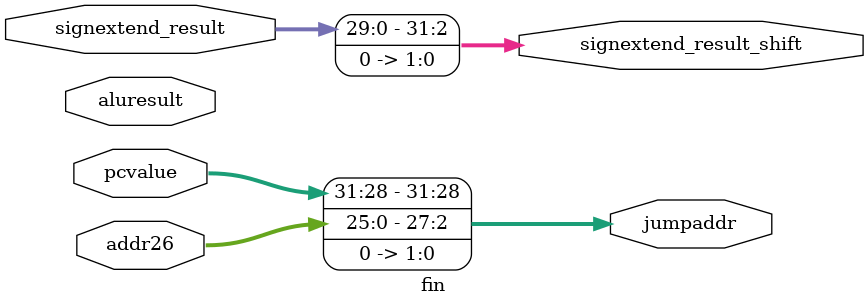
<source format=v>
module fin(input [31:0] aluresult, pcvalue ,signextend_result,
           input [25:0] addr26,
           output [31:0] jumpaddr,signextend_result_shift);
    assign jumpaddr = {pcvalue[31:28], addr26, 2'b0};
    //assign aluout = aluresult;
    assign signextend_result_shift = signextend_result<<2;
     
endmodule // fin

    
</source>
